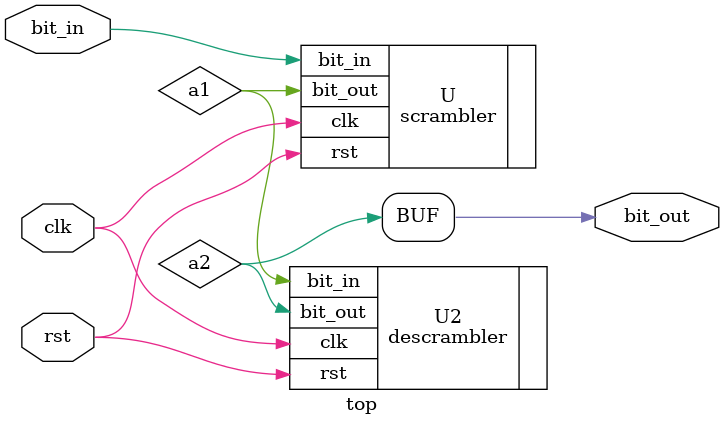
<source format=sv>

module top  (
    input  logic clk,
    input  logic rst,
    input  logic  bit_in,
    output logic  bit_out
);

logic a1;
logic a2;

scrambler U(
    .clk (clk),
    .rst (rst),
    .bit_in (bit_in),
    .bit_out(a1)
    );

descrambler U2(
  .clk (clk),
  .rst (rst),
  .bit_in (a1),
  .bit_out(a2)
    );

assign bit_out = a2;

endmodule
</source>
